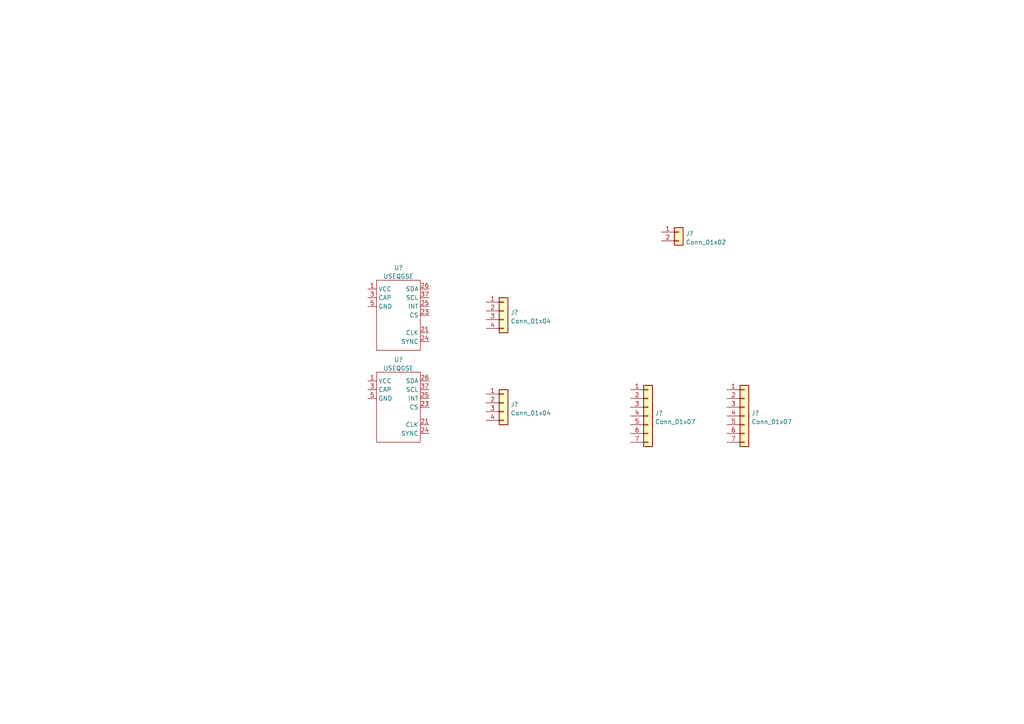
<source format=kicad_sch>
(kicad_sch (version 20211123) (generator eeschema)
  (paper "A4")
  (lib_symbols
    (symbol "Connector_Generic:Conn_01x02" (pin_names (offset 1.016) hide)
      (property "Reference" "J" (at 0 2.54 0))
      (property "Value" "Conn_01x02" (at 0 -5.08 0))
      (symbol "Conn_01x02_1_1"
        (rectangle (start -1.27 -2.413) (end 0 -2.667) (stroke (width 0.1524)))
        (rectangle (start -1.27 0.127) (end 0 -0.127) (stroke (width 0.1524)))
        (rectangle (start -1.27 1.27) (end 1.27 -3.81) (stroke (width 0.254)) (fill (type background)))
        (pin passive line (at -5.08 0 0) (length 3.81) (name "Pin_1") (number "1"))
        (pin passive line (at -5.08 -2.54 0) (length 3.81) (name "Pin_2") (number "2"))
      )
    )
    (symbol "Connector_Generic:Conn_01x04" (pin_names (offset 1.016) hide)
      (property "Reference" "J" (at 0 5.08 0))
      (property "Value" "Conn_01x04" (at 0 -7.62 0))
      (symbol "Conn_01x04_1_1"
        (rectangle (start -1.27 -4.953) (end 0 -5.207) (stroke (width 0.1524)))
        (rectangle (start -1.27 -2.413) (end 0 -2.667) (stroke (width 0.1524)))
        (rectangle (start -1.27 0.127) (end 0 -0.127) (stroke (width 0.1524)))
        (rectangle (start -1.27 2.667) (end 0 2.413) (stroke (width 0.1524)))
        (rectangle (start -1.27 3.81) (end 1.27 -6.35) (stroke (width 0.254)) (fill (type background)))
        (pin passive line (at -5.08 2.54 0) (length 3.81) (name "Pin_1") (number "1"))
        (pin passive line (at -5.08 0 0) (length 3.81) (name "Pin_2") (number "2"))
        (pin passive line (at -5.08 -2.54 0) (length 3.81) (name "Pin_3") (number "3"))
        (pin passive line (at -5.08 -5.08 0) (length 3.81) (name "Pin_4") (number "4"))
      )
    )
    (symbol "Connector_Generic:Conn_01x07" (pin_names (offset 1.016) hide)
      (property "Reference" "J" (at 0 10.16 0))
      (property "Value" "Conn_01x07" (at 0 -10.16 0))
      (symbol "Conn_01x07_1_1"
        (rectangle (start -1.27 -7.493) (end 0 -7.747) (stroke (width 0.1524)))
        (rectangle (start -1.27 -4.953) (end 0 -5.207) (stroke (width 0.1524)))
        (rectangle (start -1.27 -2.413) (end 0 -2.667) (stroke (width 0.1524)))
        (rectangle (start -1.27 0.127) (end 0 -0.127) (stroke (width 0.1524)))
        (rectangle (start -1.27 2.667) (end 0 2.413) (stroke (width 0.1524)))
        (rectangle (start -1.27 5.207) (end 0 4.953) (stroke (width 0.1524)))
        (rectangle (start -1.27 7.747) (end 0 7.493) (stroke (width 0.1524)))
        (rectangle (start -1.27 8.89) (end 1.27 -8.89) (stroke (width 0.254)) (fill (type background)))
        (pin passive line (at -5.08 7.62 0) (length 3.81) (name "Pin_1") (number "1"))
        (pin passive line (at -5.08 5.08 0) (length 3.81) (name "Pin_2") (number "2"))
        (pin passive line (at -5.08 2.54 0) (length 3.81) (name "Pin_3") (number "3"))
        (pin passive line (at -5.08 0 0) (length 3.81) (name "Pin_4") (number "4"))
        (pin passive line (at -5.08 -2.54 0) (length 3.81) (name "Pin_5") (number "5"))
        (pin passive line (at -5.08 -5.08 0) (length 3.81) (name "Pin_6") (number "6"))
        (pin passive line (at -5.08 -7.62 0) (length 3.81) (name "Pin_7") (number "7"))
      )
    )
    (symbol "USEQGSE:USEQGSE"
      (property "Reference" "U" (at 0 13.97 0))
      (property "Value" "USEQGSE" (at 0 11.43 0))
      (symbol "USEQGSE_0_1"
        (rectangle (start -6.35 10.16) (end 6.35 -10.16) (stroke (width 0.1524)))
      )
      (symbol "USEQGSE_1_1"
        (pin power_in line (at -8.89 7.62 0) (length 2.54) (name "VCC") (number "1"))
        (pin passive line (at -8.89 2.54 0) (length 2.54) hide (name "GND") (number "17"))
        (pin passive line (at -8.89 2.54 0) (length 2.54) hide (name "GND") (number "19"))
        (pin bidirectional line (at 8.89 -5.08 180) (length 2.54) (name "CLK") (number "21"))
        (pin input line (at 8.89 0 180) (length 2.54) (name "CS") (number "23"))
        (pin bidirectional line (at 8.89 -7.62 180) (length 2.54) (name "SYNC") (number "24"))
        (pin output line (at 8.89 2.54 180) (length 2.54) (name "INT") (number "25"))
        (pin bidirectional line (at 8.89 7.62 180) (length 2.54) (name "SDA") (number "26"))
        (pin passive line (at -8.89 2.54 0) (length 2.54) hide (name "GND") (number "28"))
        (pin passive line (at -8.89 2.54 0) (length 2.54) hide (name "GND") (number "29"))
        (pin power_in line (at -8.89 5.08 0) (length 2.54) (name "CAP") (number "3"))
        (pin passive line (at -8.89 2.54 0) (length 2.54) hide (name "GND") (number "30"))
        (pin input line (at 8.89 5.08 180) (length 2.54) (name "SCL") (number "37"))
        (pin power_in line (at -8.89 2.54 0) (length 2.54) (name "GND") (number "5"))
        (pin passive line (at -8.89 2.54 0) (length 2.54) hide (name "GND") (number "7"))
      )
    )
  )
  (symbol (lib_id "Connector_Generic:Conn_01x04") (at 146.05 90.17 0) (unit 1)
    (property "Reference" "J?" (at 148.082 90.6053 0) (effects (justify left)))
    (property "Value" "Conn_01x04" (at 148.082 93.1422 0) (effects (justify left)))
  )
  (symbol (lib_id "Connector_Generic:Conn_01x07") (at 187.96 120.65 0) (unit 1)
    (property "Reference" "J?" (at 189.992 119.8153 0) (effects (justify left)))
    (property "Value" "Conn_01x07" (at 189.992 122.3522 0) (effects (justify left)))
  )
  (symbol (lib_id "Connector_Generic:Conn_01x07") (at 215.9 120.65 0) (unit 1)
    (property "Reference" "J?" (at 217.932 119.8153 0) (effects (justify left)))
    (property "Value" "Conn_01x07" (at 217.932 122.3522 0) (effects (justify left)))
  )
  (symbol (lib_id "USEQGSE:USEQGSE") (at 115.57 118.11 0) (unit 1)
    (property "Reference" "U?" (at 115.57 104.301 0))
    (property "Value" "USEQGSE" (at 115.57 106.8379 0))
    (property "Footprint" "USEQGSE:USEQGSE" (effects hide))
  )
  (symbol (lib_id "Connector_Generic:Conn_01x02") (at 196.85 67.31 0) (unit 1)
    (property "Reference" "J?" (at 198.882 67.7453 0) (effects (justify left)))
    (property "Value" "Conn_01x02" (at 198.882 70.2822 0) (effects (justify left)))
  )
  (symbol (lib_id "Connector_Generic:Conn_01x04") (at 146.05 116.84 0) (unit 1)
    (property "Reference" "J?" (at 148.082 117.2753 0) (effects (justify left)))
    (property "Value" "Conn_01x04" (at 148.082 119.8122 0) (effects (justify left)))
  )
  (symbol (lib_id "USEQGSE:USEQGSE") (at 115.57 91.44 0) (unit 1)
    (property "Reference" "U?" (at 115.57 77.631 0))
    (property "Value" "USEQGSE" (at 115.57 80.1679 0))
    (property "Footprint" "USEQGSE:USEQGSE" (effects hide))
  )
)
</source>
